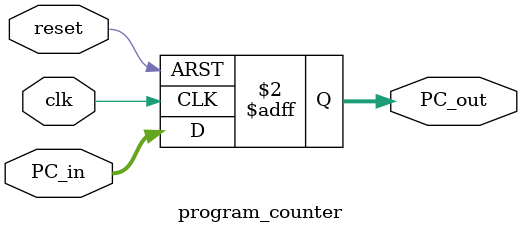
<source format=v>
`timescale 1ns / 1ps


module program_counter(
	input wire			clk,
	input wire			reset,
	input wire [31:0]	PC_in,
	output reg [31:0]	PC_out
    );

	always@(posedge clk or posedge reset)
	begin
		if (reset)
			PC_out	<=	32'b0;
		else
			PC_out	<=	PC_in;
	end


endmodule

</source>
